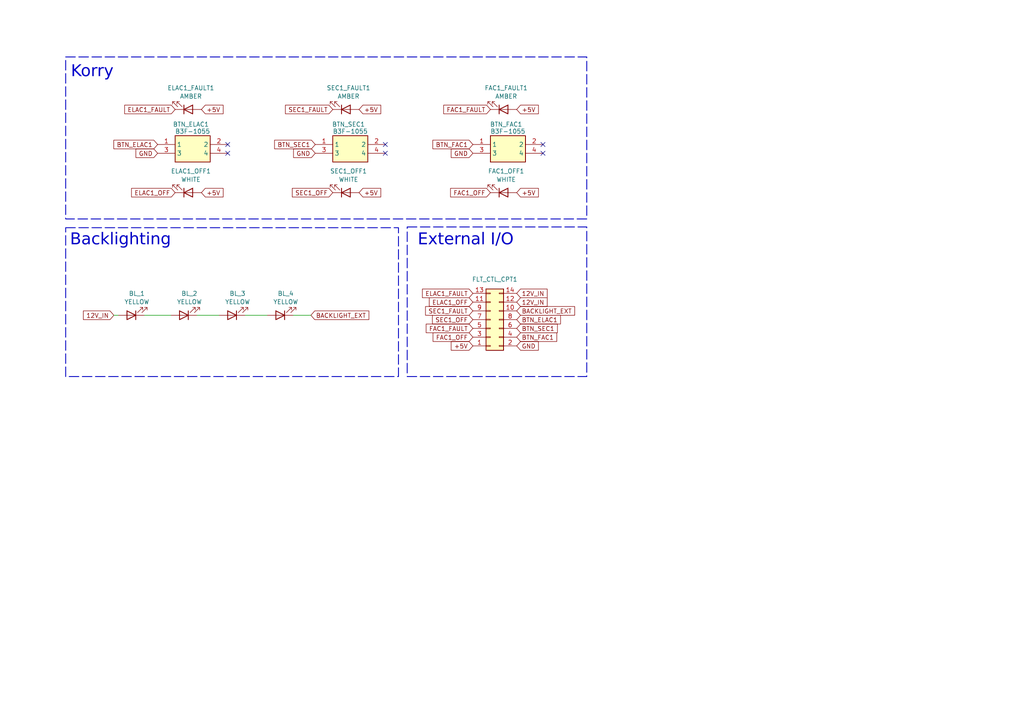
<source format=kicad_sch>
(kicad_sch (version 20231120) (generator "eeschema") (generator_version "8.0")
  (paper "A4")
  (title_block (title "FLT CTL Panel") (date "2024-11-17") (rev "V1.0") (company "S.K."))
  (lib_symbols
    (symbol "Connector_Generic:Conn_02x07_Odd_Even" (pin_names (offset 1.016) hide)
      (property "Reference" "J" (at 1.27 10.16 0))
      (property "Value" "Conn_02x07_Odd_Even" (at 1.27 -10.16 0))
      (symbol "Conn_02x07_Odd_Even_1_1"
        (rectangle (start -1.27 -7.493) (end 0 -7.747) (stroke (width 0.1524)))
        (rectangle (start -1.27 -4.953) (end 0 -5.207) (stroke (width 0.1524)))
        (rectangle (start -1.27 -2.413) (end 0 -2.667) (stroke (width 0.1524)))
        (rectangle (start -1.27 0.127) (end 0 -0.127) (stroke (width 0.1524)))
        (rectangle (start -1.27 2.667) (end 0 2.413) (stroke (width 0.1524)))
        (rectangle (start -1.27 5.207) (end 0 4.953) (stroke (width 0.1524)))
        (rectangle (start -1.27 7.747) (end 0 7.493) (stroke (width 0.1524)))
        (rectangle (start -1.27 8.89) (end 3.81 -8.89) (stroke (width 0.254)) (fill (type background)))
        (rectangle (start 3.81 -7.493) (end 2.54 -7.747) (stroke (width 0.1524)))
        (rectangle (start 3.81 -4.953) (end 2.54 -5.207) (stroke (width 0.1524)))
        (rectangle (start 3.81 -2.413) (end 2.54 -2.667) (stroke (width 0.1524)))
        (rectangle (start 3.81 0.127) (end 2.54 -0.127) (stroke (width 0.1524)))
        (rectangle (start 3.81 2.667) (end 2.54 2.413) (stroke (width 0.1524)))
        (rectangle (start 3.81 5.207) (end 2.54 4.953) (stroke (width 0.1524)))
        (rectangle (start 3.81 7.747) (end 2.54 7.493) (stroke (width 0.1524)))
        (pin passive line (at -5.08 7.62 0) (length 3.81) (name "Pin_1") (number "1"))
        (pin passive line (at 7.62 -2.54 180) (length 3.81) (name "Pin_10") (number "10"))
        (pin passive line (at -5.08 -5.08 0) (length 3.81) (name "Pin_11") (number "11"))
        (pin passive line (at 7.62 -5.08 180) (length 3.81) (name "Pin_12") (number "12"))
        (pin passive line (at -5.08 -7.62 0) (length 3.81) (name "Pin_13") (number "13"))
        (pin passive line (at 7.62 -7.62 180) (length 3.81) (name "Pin_14") (number "14"))
        (pin passive line (at 7.62 7.62 180) (length 3.81) (name "Pin_2") (number "2"))
        (pin passive line (at -5.08 5.08 0) (length 3.81) (name "Pin_3") (number "3"))
        (pin passive line (at 7.62 5.08 180) (length 3.81) (name "Pin_4") (number "4"))
        (pin passive line (at -5.08 2.54 0) (length 3.81) (name "Pin_5") (number "5"))
        (pin passive line (at 7.62 2.54 180) (length 3.81) (name "Pin_6") (number "6"))
        (pin passive line (at -5.08 0 0) (length 3.81) (name "Pin_7") (number "7"))
        (pin passive line (at 7.62 0 180) (length 3.81) (name "Pin_8") (number "8"))
        (pin passive line (at -5.08 -2.54 0) (length 3.81) (name "Pin_9") (number "9"))
      )
    )
    (symbol "Device:LED" (pin_numbers hide) (pin_names (offset 1.016) hide)
      (property "Reference" "D" (at 0 2.54 0))
      (property "Value" "LED" (at 0 -2.54 0))
      (symbol "LED_0_1"
        (polyline (pts (xy -1.27 -1.27) (xy -1.27 1.27)) (stroke (width 0.254)))
        (polyline (pts (xy -1.27 0) (xy 1.27 0)))
        (polyline (pts (xy 1.27 -1.27) (xy 1.27 1.27) (xy -1.27 0) (xy 1.27 -1.27)) (stroke (width 0.254)))
        (polyline (pts (xy -3.048 -0.762) (xy -4.572 -2.286) (xy -3.81 -2.286) (xy -4.572 -2.286) (xy -4.572 -1.524)))
        (polyline (pts (xy -1.778 -0.762) (xy -3.302 -2.286) (xy -2.54 -2.286) (xy -3.302 -2.286) (xy -3.302 -1.524)))
      )
      (symbol "LED_1_1"
        (pin passive line (at -3.81 0 0) (length 2.54) (name "K") (number "1"))
        (pin passive line (at 3.81 0 180) (length 2.54) (name "A") (number "2"))
      )
    )
    (symbol "SamacSys_Parts:B3F-1055"
      (property "Reference" "SW" (at 5.588 7.62 0))
      (property "Value" "B3F-1055" (at 5.334 5.08 0))
      (symbol "B3F-1055_1_1"
        (rectangle (start 5.08 2.54) (end 15.24 -5.08) (stroke (width 0.254)) (fill (type background)))
        (pin passive line (at 20.32 -2.54 180) (length 5.08) (name "1") (number "1"))
        (pin passive line (at 0 -2.54 0) (length 5.08) (name "2") (number "2"))
        (pin passive line (at 20.32 0 180) (length 5.08) (name "3") (number "3"))
        (pin passive line (at 0 0 0) (length 5.08) (name "4") (number "4"))
      )
    )
  )
  (no_connect (at 111.76 44.45))
  (no_connect (at 157.48 44.45))
  (no_connect (at 111.76 41.91))
  (no_connect (at 66.04 41.91))
  (no_connect (at 66.04 44.45))
  (no_connect (at 157.48 41.91))
  (wire (pts (xy 57.15 91.44) (xy 63.5 91.44)))
  (wire (pts (xy 85.09 91.44) (xy 90.17 91.44)))
  (wire (pts (xy 33.02 91.44) (xy 34.29 91.44)))
  (wire (pts (xy 41.91 91.44) (xy 49.53 91.44)))
  (wire (pts (xy 71.12 91.44) (xy 77.47 91.44)))
  (rectangle (start 19.0499 66.04) (end 115.57 109.22) (stroke (width 0.254) (type dash)))
  (rectangle (start 118.11 65.8234) (end 170.18 109.22) (stroke (width 0.254) (type dash)))
  (rectangle (start 19.05 16.51) (end 170.18 63.5) (stroke (width 0.254) (type dash)))
  (text "Backlighting" (at 20.32 68.58 0) (effects (font (size 3.3782 3.3782)) (justify left top)))
  (text "External I/O" (at 121.158 68.58 0) (effects (font (size 3.3782 3.3782)) (justify left top)))
  (text "Korry" (at 20.574 19.812 0) (effects (font (size 3.3782 3.3782)) (justify left top)))
  (global_label "GND" (shape input) (at 91.44 44.45 180) (property "Intersheetrefs" "${INTERSHEET_REFS}" (effects (hide yes))))
  (global_label "+5V" (shape input) (at 137.16 100.33 180) (property "Intersheetrefs" "${INTERSHEET_REFS}" (effects (hide yes))))
  (global_label "+5V" (shape input) (at 104.14 55.88 0) (property "Intersheetrefs" "${INTERSHEET_REFS}" (effects (hide yes))))
  (global_label "BTN_FAC1" (shape input) (at 137.16 41.91 180) (property "Intersheetrefs" "${INTERSHEET_REFS}" (effects (hide yes))))
  (global_label "BACKLIGHT_EXT" (shape input) (at 149.86 90.17 0) (property "Intersheetrefs" "${INTERSHEET_REFS}" (effects (hide yes))))
  (global_label "BTN_ELAC1" (shape input) (at 149.86 92.71 0) (property "Intersheetrefs" "${INTERSHEET_REFS}" (effects (hide yes))))
  (global_label "FAC1_OFF" (shape input) (at 142.24 55.88 180) (property "Intersheetrefs" "${INTERSHEET_REFS}" (effects (hide yes))))
  (global_label "ELAC1_FAULT" (shape input) (at 50.8 31.75 180) (property "Intersheetrefs" "${INTERSHEET_REFS}" (effects (hide yes))))
  (global_label "BACKLIGHT_EXT" (shape input) (at 90.17 91.44 0) (property "Intersheetrefs" "${INTERSHEET_REFS}" (effects (hide yes))))
  (global_label "+5V" (shape input) (at 58.42 31.75 0) (property "Intersheetrefs" "${INTERSHEET_REFS}" (effects (hide yes))))
  (global_label "12V_IN" (shape input) (at 149.86 85.09 0) (property "Intersheetrefs" "${INTERSHEET_REFS}" (effects (hide yes))))
  (global_label "ELAC1_OFF" (shape input) (at 50.8 55.88 180) (property "Intersheetrefs" "${INTERSHEET_REFS}" (effects (hide yes))))
  (global_label "FAC1_FAULT" (shape input) (at 142.24 31.75 180) (property "Intersheetrefs" "${INTERSHEET_REFS}" (effects (hide yes))))
  (global_label "FAC1_OFF" (shape input) (at 137.16 97.79 180) (property "Intersheetrefs" "${INTERSHEET_REFS}" (effects (hide yes))))
  (global_label "+5V" (shape input) (at 104.14 31.75 0) (property "Intersheetrefs" "${INTERSHEET_REFS}" (effects (hide yes))))
  (global_label "12V_IN" (shape input) (at 33.02 91.44 180) (property "Intersheetrefs" "${INTERSHEET_REFS}" (effects (hide yes))))
  (global_label "+5V" (shape input) (at 149.86 55.88 0) (property "Intersheetrefs" "${INTERSHEET_REFS}" (effects (hide yes))))
  (global_label "ELAC1_FAULT" (shape input) (at 137.16 85.09 180) (property "Intersheetrefs" "${INTERSHEET_REFS}" (effects (hide yes))))
  (global_label "ELAC1_OFF" (shape input) (at 137.16 87.63 180) (property "Intersheetrefs" "${INTERSHEET_REFS}" (effects (hide yes))))
  (global_label "SEC1_OFF" (shape input) (at 96.52 55.88 180) (property "Intersheetrefs" "${INTERSHEET_REFS}" (effects (hide yes))))
  (global_label "SEC1_FAULT" (shape input) (at 96.52 31.75 180) (property "Intersheetrefs" "${INTERSHEET_REFS}" (effects (hide yes))))
  (global_label "+5V" (shape input) (at 149.86 31.75 0) (property "Intersheetrefs" "${INTERSHEET_REFS}" (effects (hide yes))))
  (global_label "BTN_FAC1" (shape input) (at 149.86 97.79 0) (property "Intersheetrefs" "${INTERSHEET_REFS}" (effects (hide yes))))
  (global_label "+5V" (shape input) (at 58.42 55.88 0) (property "Intersheetrefs" "${INTERSHEET_REFS}" (effects (hide yes))))
  (global_label "BTN_SEC1" (shape input) (at 149.86 95.25 0) (property "Intersheetrefs" "${INTERSHEET_REFS}" (effects (hide yes))))
  (global_label "SEC1_OFF" (shape input) (at 137.16 92.71 180) (property "Intersheetrefs" "${INTERSHEET_REFS}" (effects (hide yes))))
  (global_label "GND" (shape input) (at 137.16 44.45 180) (property "Intersheetrefs" "${INTERSHEET_REFS}" (effects (hide yes))))
  (global_label "12V_IN" (shape input) (at 149.86 87.63 0) (property "Intersheetrefs" "${INTERSHEET_REFS}" (effects (hide yes))))
  (global_label "GND" (shape input) (at 149.86 100.33 0) (property "Intersheetrefs" "${INTERSHEET_REFS}" (effects (hide yes))))
  (global_label "SEC1_FAULT" (shape input) (at 137.16 90.17 180) (property "Intersheetrefs" "${INTERSHEET_REFS}" (effects (hide yes))))
  (global_label "BTN_ELAC1" (shape input) (at 45.72 41.91 180) (property "Intersheetrefs" "${INTERSHEET_REFS}" (effects (hide yes))))
  (global_label "FAC1_FAULT" (shape input) (at 137.16 95.25 180) (property "Intersheetrefs" "${INTERSHEET_REFS}" (effects (hide yes))))
  (global_label "GND" (shape input) (at 45.72 44.45 180) (property "Intersheetrefs" "${INTERSHEET_REFS}" (effects (hide yes))))
  (global_label "BTN_SEC1" (shape input) (at 91.44 41.91 180) (property "Intersheetrefs" "${INTERSHEET_REFS}" (effects (hide yes))))
  (symbol (lib_id "Device:LED") (at 53.34 91.44 180) (unit 1)
    (property "Reference" "BL_2" (at 54.9275 85.1365 0))
    (property "Value" "YELLOW" (at 54.9275 87.5608 0))
    (property "Footprint" "LED_THT:LED_D3.0mm" (effects (hide yes)))
    (property "Description" "Light emitting diode" (effects (hide yes)))
  )
  (symbol (lib_id "SamacSys_Parts:B3F-1055") (at 157.48 44.45 180) (unit 1)
    (property "Reference" "BTN_FAC1" (at 146.812 36.068 0))
    (property "Value" "B3F-1055" (at 147.32 38.1 0))
    (property "Footprint" "SamacSys_Parts:B3F1000" (effects (hide yes)))
    (property "Datasheet" "https://omronfs.omron.com/en_US/ecb/products/pdf/en-b3f.pdf" (effects (hide yes)))
    (property "Description" "OMRON ELECTRONIC COMPONENTS - B3F-1055 - SWITCH, TACTILE, SPST-NO, 50mA, THOUGH HOLE" (effects (hide yes)))
    (property "Mouser Part Number" "653-B3F-1055" (effects (hide yes)))
    (property "Mouser Price/Stock" "https://www.mouser.co.uk/ProductDetail/Omron-Electronics/B3F-1055?qs=1tDaWCEHQQ77i2BzV2Yqkw%3D%3D" (effects (hide yes)))
    (property "Manufacturer_Name" "Omron Electronics" (effects (hide yes)))
    (property "Manufacturer_Part_Number" "B3F-1055" (effects (hide yes)))
  )
  (symbol (lib_id "Device:LED") (at 67.31 91.44 180) (unit 1)
    (property "Reference" "BL_3" (at 68.8975 85.1365 0))
    (property "Value" "YELLOW" (at 68.8975 87.5608 0))
    (property "Footprint" "LED_THT:LED_D3.0mm" (effects (hide yes)))
    (property "Description" "Light emitting diode" (effects (hide yes)))
  )
  (symbol (lib_id "Device:LED") (at 100.33 55.88 0) (mirror x) (unit 1)
    (property "Reference" "SEC1_OFF1" (at 101.092 49.6457 0))
    (property "Value" "WHITE" (at 101.092 52.07 0))
    (property "Footprint" "LED_THT:LED_D3.0mm" (effects (hide yes)))
    (property "Description" "Light emitting diode" (effects (hide yes)))
  )
  (symbol (lib_id "SamacSys_Parts:B3F-1055") (at 111.76 44.45 180) (unit 1)
    (property "Reference" "BTN_SEC1" (at 101.092 36.068 0))
    (property "Value" "B3F-1055" (at 101.6 38.1 0))
    (property "Footprint" "SamacSys_Parts:B3F1000" (effects (hide yes)))
    (property "Datasheet" "https://omronfs.omron.com/en_US/ecb/products/pdf/en-b3f.pdf" (effects (hide yes)))
    (property "Description" "OMRON ELECTRONIC COMPONENTS - B3F-1055 - SWITCH, TACTILE, SPST-NO, 50mA, THOUGH HOLE" (effects (hide yes)))
    (property "Mouser Part Number" "653-B3F-1055" (effects (hide yes)))
    (property "Mouser Price/Stock" "https://www.mouser.co.uk/ProductDetail/Omron-Electronics/B3F-1055?qs=1tDaWCEHQQ77i2BzV2Yqkw%3D%3D" (effects (hide yes)))
    (property "Manufacturer_Name" "Omron Electronics" (effects (hide yes)))
    (property "Manufacturer_Part_Number" "B3F-1055" (effects (hide yes)))
  )
  (symbol (lib_id "SamacSys_Parts:B3F-1055") (at 66.04 44.45 180) (unit 1)
    (property "Reference" "BTN_ELAC1" (at 55.372 36.068 0))
    (property "Value" "B3F-1055" (at 55.88 38.1 0))
    (property "Footprint" "SamacSys_Parts:B3F1000" (effects (hide yes)))
    (property "Datasheet" "https://omronfs.omron.com/en_US/ecb/products/pdf/en-b3f.pdf" (effects (hide yes)))
    (property "Description" "OMRON ELECTRONIC COMPONENTS - B3F-1055 - SWITCH, TACTILE, SPST-NO, 50mA, THOUGH HOLE" (effects (hide yes)))
    (property "Mouser Part Number" "653-B3F-1055" (effects (hide yes)))
    (property "Mouser Price/Stock" "https://www.mouser.co.uk/ProductDetail/Omron-Electronics/B3F-1055?qs=1tDaWCEHQQ77i2BzV2Yqkw%3D%3D" (effects (hide yes)))
    (property "Manufacturer_Name" "Omron Electronics" (effects (hide yes)))
    (property "Manufacturer_Part_Number" "B3F-1055" (effects (hide yes)))
  )
  (symbol (lib_id "Device:LED") (at 146.05 55.88 0) (mirror x) (unit 1)
    (property "Reference" "FAC1_OFF1" (at 146.812 49.6457 0))
    (property "Value" "WHITE" (at 146.812 52.07 0))
    (property "Footprint" "LED_THT:LED_D3.0mm" (effects (hide yes)))
    (property "Description" "Light emitting diode" (effects (hide yes)))
  )
  (symbol (lib_id "Device:LED") (at 38.1 91.44 180) (unit 1)
    (property "Reference" "BL_1" (at 39.6875 85.1365 0))
    (property "Value" "YELLOW" (at 39.6875 87.5608 0))
    (property "Footprint" "LED_THT:LED_D3.0mm" (effects (hide yes)))
    (property "Description" "Light emitting diode" (effects (hide yes)))
  )
  (symbol (lib_id "Device:LED") (at 54.61 31.75 0) (mirror x) (unit 1)
    (property "Reference" "ELAC1_FAULT1" (at 55.372 25.5157 0))
    (property "Value" "AMBER" (at 55.372 27.94 0))
    (property "Footprint" "LED_THT:LED_D3.0mm" (effects (hide yes)))
    (property "Description" "Light emitting diode" (effects (hide yes)))
  )
  (symbol (lib_id "Connector_Generic:Conn_02x07_Odd_Even") (at 142.24 92.71 0) (mirror x) (unit 1)
    (property "Reference" "FLT_CTL_CPT1" (at 143.51 81.026 0))
    (property "Value" "Pin Header" (effects (hide yes)))
    (property "Footprint" "Connector_IDC:IDC-Header_2x07_P2.54mm_Vertical" (effects (hide yes)))
    (property "Description" "Generic connector, double row, 02x07, odd/even pin numbering scheme (row 1 odd numbers, row 2 even numbers), script generated (kicad-library-utils/schlib/autogen/connector/)" (effects (hide yes)))
  )
  (symbol (lib_id "Device:LED") (at 100.33 31.75 0) (mirror x) (unit 1)
    (property "Reference" "SEC1_FAULT1" (at 101.092 25.5157 0))
    (property "Value" "AMBER" (at 101.092 27.94 0))
    (property "Footprint" "LED_THT:LED_D3.0mm" (effects (hide yes)))
    (property "Description" "Light emitting diode" (effects (hide yes)))
  )
  (symbol (lib_id "Device:LED") (at 54.61 55.88 0) (mirror x) (unit 1)
    (property "Reference" "ELAC1_OFF1" (at 55.372 49.6457 0))
    (property "Value" "WHITE" (at 55.372 52.07 0))
    (property "Footprint" "LED_THT:LED_D3.0mm" (effects (hide yes)))
    (property "Description" "Light emitting diode" (effects (hide yes)))
  )
  (symbol (lib_id "Device:LED") (at 146.05 31.75 0) (mirror x) (unit 1)
    (property "Reference" "FAC1_FAULT1" (at 146.812 25.5157 0))
    (property "Value" "AMBER" (at 146.812 27.94 0))
    (property "Footprint" "LED_THT:LED_D3.0mm" (effects (hide yes)))
    (property "Description" "Light emitting diode" (effects (hide yes)))
  )
  (symbol (lib_id "Device:LED") (at 81.28 91.44 180) (unit 1)
    (property "Reference" "BL_4" (at 82.8675 85.1365 0))
    (property "Value" "YELLOW" (at 82.8675 87.5608 0))
    (property "Footprint" "LED_THT:LED_D3.0mm" (effects (hide yes)))
    (property "Description" "Light emitting diode" (effects (hide yes)))
  )
)
</source>
